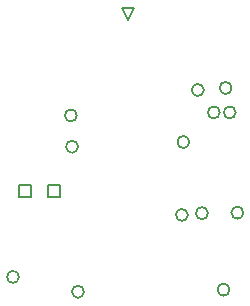
<source format=gbr>
%TF.GenerationSoftware,Altium Limited,Altium Designer,18.1.9 (240)*%
G04 Layer_Color=2752767*
%FSLAX45Y45*%
%MOMM*%
%TF.FileFunction,Drawing*%
%TF.Part,Single*%
G01*
G75*
%TA.AperFunction,NonConductor*%
%ADD52C,0.12700*%
%ADD60C,0.16933*%
D52*
X174200Y1474200D02*
Y1575800D01*
X275800D01*
Y1474200D01*
X174200D01*
X424200D02*
Y1575800D01*
X525800D01*
Y1474200D01*
X424200D01*
X1100000Y2974200D02*
X1049200Y3075800D01*
X1150800D01*
X1100000Y2974200D01*
D60*
X1618300Y1942500D02*
G03*
X1618300Y1942500I-50800J0D01*
G01*
X1775800Y1340000D02*
G03*
X1775800Y1340000I-50800J0D01*
G01*
X1958900Y691900D02*
G03*
X1958900Y691900I-50800J0D01*
G01*
X2075800Y1344499D02*
G03*
X2075800Y1344499I-50800J0D01*
G01*
X675800Y1902847D02*
G03*
X675800Y1902847I-50800J0D01*
G01*
X175800Y800000D02*
G03*
X175800Y800000I-50800J0D01*
G01*
X1605800Y1325000D02*
G03*
X1605800Y1325000I-50800J0D01*
G01*
X725800Y675000D02*
G03*
X725800Y675000I-50800J0D01*
G01*
X665800Y2167847D02*
G03*
X665800Y2167847I-50800J0D01*
G01*
X1975796Y2399995D02*
G03*
X1975796Y2399995I-50800J0D01*
G01*
X1740800Y2382847D02*
G03*
X1740800Y2382847I-50800J0D01*
G01*
X1875800Y2192847D02*
G03*
X1875800Y2192847I-50800J0D01*
G01*
X2010800D02*
G03*
X2010800Y2192847I-50800J0D01*
G01*
%TF.MD5,defac6fe66df7629a712d7f653d175f9*%
M02*

</source>
